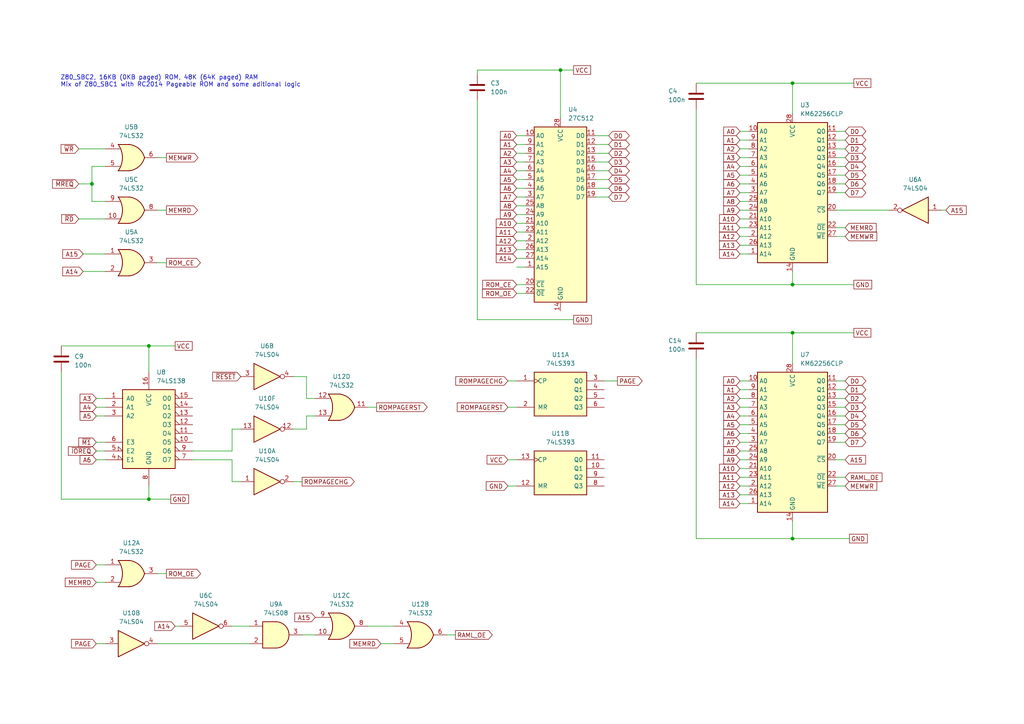
<source format=kicad_sch>
(kicad_sch (version 20231120) (generator "eeschema") (generator_version "8.0")
  (paper "A4")
  (lib_symbols
    (symbol "74xx:74LS04"
      (property "Reference" "U" (at 0 1.27 0))
      (property "Value" "74LS04" (at 0 -1.27 0))
      (symbol "74LS04_1_0"
        (polyline (pts (xy -3.81 3.81) (xy -3.81 -3.81) (xy 3.81 0) (xy -3.81 3.81)) (stroke (width 0.254)) (fill (type background)))
        (pin input line (at -7.62 0 0) (length 3.81) (name "~") (number "1"))
        (pin output inverted (at 7.62 0 180) (length 3.81) (name "~") (number "2"))
      )
      (symbol "74LS04_2_0"
        (polyline (pts (xy -3.81 3.81) (xy -3.81 -3.81) (xy 3.81 0) (xy -3.81 3.81)) (stroke (width 0.254)) (fill (type background)))
        (pin input line (at -7.62 0 0) (length 3.81) (name "~") (number "3"))
        (pin output inverted (at 7.62 0 180) (length 3.81) (name "~") (number "4"))
      )
      (symbol "74LS04_3_0"
        (polyline (pts (xy -3.81 3.81) (xy -3.81 -3.81) (xy 3.81 0) (xy -3.81 3.81)) (stroke (width 0.254)) (fill (type background)))
        (pin input line (at -7.62 0 0) (length 3.81) (name "~") (number "5"))
        (pin output inverted (at 7.62 0 180) (length 3.81) (name "~") (number "6"))
      )
      (symbol "74LS04_4_0"
        (polyline (pts (xy -3.81 3.81) (xy -3.81 -3.81) (xy 3.81 0) (xy -3.81 3.81)) (stroke (width 0.254)) (fill (type background)))
        (pin output inverted (at 7.62 0 180) (length 3.81) (name "~") (number "8"))
        (pin input line (at -7.62 0 0) (length 3.81) (name "~") (number "9"))
      )
      (symbol "74LS04_5_0"
        (polyline (pts (xy -3.81 3.81) (xy -3.81 -3.81) (xy 3.81 0) (xy -3.81 3.81)) (stroke (width 0.254)) (fill (type background)))
        (pin output inverted (at 7.62 0 180) (length 3.81) (name "~") (number "10"))
        (pin input line (at -7.62 0 0) (length 3.81) (name "~") (number "11"))
      )
      (symbol "74LS04_6_0"
        (polyline (pts (xy -3.81 3.81) (xy -3.81 -3.81) (xy 3.81 0) (xy -3.81 3.81)) (stroke (width 0.254)) (fill (type background)))
        (pin output inverted (at 7.62 0 180) (length 3.81) (name "~") (number "12"))
        (pin input line (at -7.62 0 0) (length 3.81) (name "~") (number "13"))
      )
      (symbol "74LS04_7_0"
        (pin power_in line (at 0 12.7 270) (length 5.08) (name "VCC") (number "14"))
        (pin power_in line (at 0 -12.7 90) (length 5.08) (name "GND") (number "7"))
      )
      (symbol "74LS04_7_1"
        (rectangle (start -5.08 7.62) (end 5.08 -7.62) (stroke (width 0.254)) (fill (type background)))
      )
    )
    (symbol "74xx:74LS08" (pin_names (offset 1.016))
      (property "Reference" "U" (at 0 1.27 0))
      (property "Value" "74LS08" (at 0 -1.27 0))
      (symbol "74LS08_1_1"
        (arc (start 0 -3.81) (mid 3.7934 0) (end 0 3.81) (stroke (width 0.254)) (fill (type background)))
        (polyline (pts (xy 0 3.81) (xy -3.81 3.81) (xy -3.81 -3.81) (xy 0 -3.81)) (stroke (width 0.254)) (fill (type background)))
        (pin input line (at -7.62 2.54 0) (length 3.81) (name "~") (number "1"))
        (pin input line (at -7.62 -2.54 0) (length 3.81) (name "~") (number "2"))
        (pin output line (at 7.62 0 180) (length 3.81) (name "~") (number "3"))
      )
      (symbol "74LS08_1_2"
        (arc (start -3.81 -3.81) (mid -2.589 0) (end -3.81 3.81) (stroke (width 0.254)))
        (arc (start -0.6096 -3.81) (mid 2.1842 -2.5851) (end 3.81 0) (stroke (width 0.254)) (fill (type background)))
        (polyline (pts (xy -3.81 -3.81) (xy -0.635 -3.81)) (stroke (width 0.254)) (fill (type background)))
        (polyline (pts (xy -3.81 3.81) (xy -0.635 3.81)) (stroke (width 0.254)) (fill (type background)))
        (polyline (pts (xy -0.635 3.81) (xy -3.81 3.81) (xy -3.81 3.81) (xy -3.556 3.4036) (xy -3.0226 2.2606) (xy -2.6924 1.0414) (xy -2.6162 -0.254) (xy -2.7686 -1.4986) (xy -3.175 -2.7178) (xy -3.81 -3.81) (xy -3.81 -3.81) (xy -0.635 -3.81)) (stroke (width -25.4)) (fill (type background)))
        (arc (start 3.81 0) (mid 2.1915 2.5936) (end -0.6096 3.81) (stroke (width 0.254)) (fill (type background)))
        (pin input inverted (at -7.62 2.54 0) (length 4.318) (name "~") (number "1"))
        (pin input inverted (at -7.62 -2.54 0) (length 4.318) (name "~") (number "2"))
        (pin output inverted (at 7.62 0 180) (length 3.81) (name "~") (number "3"))
      )
      (symbol "74LS08_2_1"
        (arc (start 0 -3.81) (mid 3.7934 0) (end 0 3.81) (stroke (width 0.254)) (fill (type background)))
        (polyline (pts (xy 0 3.81) (xy -3.81 3.81) (xy -3.81 -3.81) (xy 0 -3.81)) (stroke (width 0.254)) (fill (type background)))
        (pin input line (at -7.62 2.54 0) (length 3.81) (name "~") (number "4"))
        (pin input line (at -7.62 -2.54 0) (length 3.81) (name "~") (number "5"))
        (pin output line (at 7.62 0 180) (length 3.81) (name "~") (number "6"))
      )
      (symbol "74LS08_2_2"
        (arc (start -3.81 -3.81) (mid -2.589 0) (end -3.81 3.81) (stroke (width 0.254)))
        (arc (start -0.6096 -3.81) (mid 2.1842 -2.5851) (end 3.81 0) (stroke (width 0.254)) (fill (type background)))
        (polyline (pts (xy -3.81 -3.81) (xy -0.635 -3.81)) (stroke (width 0.254)) (fill (type background)))
        (polyline (pts (xy -3.81 3.81) (xy -0.635 3.81)) (stroke (width 0.254)) (fill (type background)))
        (polyline (pts (xy -0.635 3.81) (xy -3.81 3.81) (xy -3.81 3.81) (xy -3.556 3.4036) (xy -3.0226 2.2606) (xy -2.6924 1.0414) (xy -2.6162 -0.254) (xy -2.7686 -1.4986) (xy -3.175 -2.7178) (xy -3.81 -3.81) (xy -3.81 -3.81) (xy -0.635 -3.81)) (stroke (width -25.4)) (fill (type background)))
        (arc (start 3.81 0) (mid 2.1915 2.5936) (end -0.6096 3.81) (stroke (width 0.254)) (fill (type background)))
        (pin input inverted (at -7.62 2.54 0) (length 4.318) (name "~") (number "4"))
        (pin input inverted (at -7.62 -2.54 0) (length 4.318) (name "~") (number "5"))
        (pin output inverted (at 7.62 0 180) (length 3.81) (name "~") (number "6"))
      )
      (symbol "74LS08_3_1"
        (arc (start 0 -3.81) (mid 3.7934 0) (end 0 3.81) (stroke (width 0.254)) (fill (type background)))
        (polyline (pts (xy 0 3.81) (xy -3.81 3.81) (xy -3.81 -3.81) (xy 0 -3.81)) (stroke (width 0.254)) (fill (type background)))
        (pin input line (at -7.62 -2.54 0) (length 3.81) (name "~") (number "10"))
        (pin output line (at 7.62 0 180) (length 3.81) (name "~") (number "8"))
        (pin input line (at -7.62 2.54 0) (length 3.81) (name "~") (number "9"))
      )
      (symbol "74LS08_3_2"
        (arc (start -3.81 -3.81) (mid -2.589 0) (end -3.81 3.81) (stroke (width 0.254)))
        (arc (start -0.6096 -3.81) (mid 2.1842 -2.5851) (end 3.81 0) (stroke (width 0.254)) (fill (type background)))
        (polyline (pts (xy -3.81 -3.81) (xy -0.635 -3.81)) (stroke (width 0.254)) (fill (type background)))
        (polyline (pts (xy -3.81 3.81) (xy -0.635 3.81)) (stroke (width 0.254)) (fill (type background)))
        (polyline (pts (xy -0.635 3.81) (xy -3.81 3.81) (xy -3.81 3.81) (xy -3.556 3.4036) (xy -3.0226 2.2606) (xy -2.6924 1.0414) (xy -2.6162 -0.254) (xy -2.7686 -1.4986) (xy -3.175 -2.7178) (xy -3.81 -3.81) (xy -3.81 -3.81) (xy -0.635 -3.81)) (stroke (width -25.4)) (fill (type background)))
        (arc (start 3.81 0) (mid 2.1915 2.5936) (end -0.6096 3.81) (stroke (width 0.254)) (fill (type background)))
        (pin input inverted (at -7.62 -2.54 0) (length 4.318) (name "~") (number "10"))
        (pin output inverted (at 7.62 0 180) (length 3.81) (name "~") (number "8"))
        (pin input inverted (at -7.62 2.54 0) (length 4.318) (name "~") (number "9"))
      )
      (symbol "74LS08_4_1"
        (arc (start 0 -3.81) (mid 3.7934 0) (end 0 3.81) (stroke (width 0.254)) (fill (type background)))
        (polyline (pts (xy 0 3.81) (xy -3.81 3.81) (xy -3.81 -3.81) (xy 0 -3.81)) (stroke (width 0.254)) (fill (type background)))
        (pin output line (at 7.62 0 180) (length 3.81) (name "~") (number "11"))
        (pin input line (at -7.62 2.54 0) (length 3.81) (name "~") (number "12"))
        (pin input line (at -7.62 -2.54 0) (length 3.81) (name "~") (number "13"))
      )
      (symbol "74LS08_4_2"
        (arc (start -3.81 -3.81) (mid -2.589 0) (end -3.81 3.81) (stroke (width 0.254)))
        (arc (start -0.6096 -3.81) (mid 2.1842 -2.5851) (end 3.81 0) (stroke (width 0.254)) (fill (type background)))
        (polyline (pts (xy -3.81 -3.81) (xy -0.635 -3.81)) (stroke (width 0.254)) (fill (type background)))
        (polyline (pts (xy -3.81 3.81) (xy -0.635 3.81)) (stroke (width 0.254)) (fill (type background)))
        (polyline (pts (xy -0.635 3.81) (xy -3.81 3.81) (xy -3.81 3.81) (xy -3.556 3.4036) (xy -3.0226 2.2606) (xy -2.6924 1.0414) (xy -2.6162 -0.254) (xy -2.7686 -1.4986) (xy -3.175 -2.7178) (xy -3.81 -3.81) (xy -3.81 -3.81) (xy -0.635 -3.81)) (stroke (width -25.4)) (fill (type background)))
        (arc (start 3.81 0) (mid 2.1915 2.5936) (end -0.6096 3.81) (stroke (width 0.254)) (fill (type background)))
        (pin output inverted (at 7.62 0 180) (length 3.81) (name "~") (number "11"))
        (pin input inverted (at -7.62 2.54 0) (length 4.318) (name "~") (number "12"))
        (pin input inverted (at -7.62 -2.54 0) (length 4.318) (name "~") (number "13"))
      )
      (symbol "74LS08_5_0"
        (pin power_in line (at 0 12.7 270) (length 5.08) (name "VCC") (number "14"))
        (pin power_in line (at 0 -12.7 90) (length 5.08) (name "GND") (number "7"))
      )
      (symbol "74LS08_5_1"
        (rectangle (start -5.08 7.62) (end 5.08 -7.62) (stroke (width 0.254)) (fill (type background)))
      )
    )
    (symbol "74xx:74LS138" (pin_names (offset 1.016))
      (property "Reference" "U" (at -7.62 11.43 0))
      (property "Value" "74LS138" (at -7.62 -13.97 0))
      (symbol "74LS138_1_0"
        (pin input line (at -12.7 7.62 0) (length 5.08) (name "A0") (number "1"))
        (pin output output_low (at 12.7 -5.08 180) (length 5.08) (name "O5") (number "10"))
        (pin output output_low (at 12.7 -2.54 180) (length 5.08) (name "O4") (number "11"))
        (pin output output_low (at 12.7 0 180) (length 5.08) (name "O3") (number "12"))
        (pin output output_low (at 12.7 2.54 180) (length 5.08) (name "O2") (number "13"))
        (pin output output_low (at 12.7 5.08 180) (length 5.08) (name "O1") (number "14"))
        (pin output output_low (at 12.7 7.62 180) (length 5.08) (name "O0") (number "15"))
        (pin power_in line (at 0 15.24 270) (length 5.08) (name "VCC") (number "16"))
        (pin input line (at -12.7 5.08 0) (length 5.08) (name "A1") (number "2"))
        (pin input line (at -12.7 2.54 0) (length 5.08) (name "A2") (number "3"))
        (pin input input_low (at -12.7 -10.16 0) (length 5.08) (name "E1") (number "4"))
        (pin input input_low (at -12.7 -7.62 0) (length 5.08) (name "E2") (number "5"))
        (pin input line (at -12.7 -5.08 0) (length 5.08) (name "E3") (number "6"))
        (pin output output_low (at 12.7 -10.16 180) (length 5.08) (name "O7") (number "7"))
        (pin power_in line (at 0 -17.78 90) (length 5.08) (name "GND") (number "8"))
        (pin output output_low (at 12.7 -7.62 180) (length 5.08) (name "O6") (number "9"))
      )
      (symbol "74LS138_1_1"
        (rectangle (start -7.62 10.16) (end 7.62 -12.7) (stroke (width 0.254)) (fill (type background)))
      )
    )
    (symbol "74xx:74LS32" (pin_names (offset 1.016))
      (property "Reference" "U" (at 0 1.27 0))
      (property "Value" "74LS32" (at 0 -1.27 0))
      (symbol "74LS32_1_1"
        (arc (start -3.81 -3.81) (mid -2.589 0) (end -3.81 3.81) (stroke (width 0.254)))
        (arc (start -0.6096 -3.81) (mid 2.1842 -2.5851) (end 3.81 0) (stroke (width 0.254)) (fill (type background)))
        (polyline (pts (xy -3.81 -3.81) (xy -0.635 -3.81)) (stroke (width 0.254)) (fill (type background)))
        (polyline (pts (xy -3.81 3.81) (xy -0.635 3.81)) (stroke (width 0.254)) (fill (type background)))
        (polyline (pts (xy -0.635 3.81) (xy -3.81 3.81) (xy -3.81 3.81) (xy -3.556 3.4036) (xy -3.0226 2.2606) (xy -2.6924 1.0414) (xy -2.6162 -0.254) (xy -2.7686 -1.4986) (xy -3.175 -2.7178) (xy -3.81 -3.81) (xy -3.81 -3.81) (xy -0.635 -3.81)) (stroke (width -25.4)) (fill (type background)))
        (arc (start 3.81 0) (mid 2.1915 2.5936) (end -0.6096 3.81) (stroke (width 0.254)) (fill (type background)))
        (pin input line (at -7.62 2.54 0) (length 4.318) (name "~") (number "1"))
        (pin input line (at -7.62 -2.54 0) (length 4.318) (name "~") (number "2"))
        (pin output line (at 7.62 0 180) (length 3.81) (name "~") (number "3"))
      )
      (symbol "74LS32_1_2"
        (arc (start 0 -3.81) (mid 3.7934 0) (end 0 3.81) (stroke (width 0.254)) (fill (type background)))
        (polyline (pts (xy 0 3.81) (xy -3.81 3.81) (xy -3.81 -3.81) (xy 0 -3.81)) (stroke (width 0.254)) (fill (type background)))
        (pin input inverted (at -7.62 2.54 0) (length 3.81) (name "~") (number "1"))
        (pin input inverted (at -7.62 -2.54 0) (length 3.81) (name "~") (number "2"))
        (pin output inverted (at 7.62 0 180) (length 3.81) (name "~") (number "3"))
      )
      (symbol "74LS32_2_1"
        (arc (start -3.81 -3.81) (mid -2.589 0) (end -3.81 3.81) (stroke (width 0.254)))
        (arc (start -0.6096 -3.81) (mid 2.1842 -2.5851) (end 3.81 0) (stroke (width 0.254)) (fill (type background)))
        (polyline (pts (xy -3.81 -3.81) (xy -0.635 -3.81)) (stroke (width 0.254)) (fill (type background)))
        (polyline (pts (xy -3.81 3.81) (xy -0.635 3.81)) (stroke (width 0.254)) (fill (type background)))
        (polyline (pts (xy -0.635 3.81) (xy -3.81 3.81) (xy -3.81 3.81) (xy -3.556 3.4036) (xy -3.0226 2.2606) (xy -2.6924 1.0414) (xy -2.6162 -0.254) (xy -2.7686 -1.4986) (xy -3.175 -2.7178) (xy -3.81 -3.81) (xy -3.81 -3.81) (xy -0.635 -3.81)) (stroke (width -25.4)) (fill (type background)))
        (arc (start 3.81 0) (mid 2.1915 2.5936) (end -0.6096 3.81) (stroke (width 0.254)) (fill (type background)))
        (pin input line (at -7.62 2.54 0) (length 4.318) (name "~") (number "4"))
        (pin input line (at -7.62 -2.54 0) (length 4.318) (name "~") (number "5"))
        (pin output line (at 7.62 0 180) (length 3.81) (name "~") (number "6"))
      )
      (symbol "74LS32_2_2"
        (arc (start 0 -3.81) (mid 3.7934 0) (end 0 3.81) (stroke (width 0.254)) (fill (type background)))
        (polyline (pts (xy 0 3.81) (xy -3.81 3.81) (xy -3.81 -3.81) (xy 0 -3.81)) (stroke (width 0.254)) (fill (type background)))
        (pin input inverted (at -7.62 2.54 0) (length 3.81) (name "~") (number "4"))
        (pin input inverted (at -7.62 -2.54 0) (length 3.81) (name "~") (number "5"))
        (pin output inverted (at 7.62 0 180) (length 3.81) (name "~") (number "6"))
      )
      (symbol "74LS32_3_1"
        (arc (start -3.81 -3.81) (mid -2.589 0) (end -3.81 3.81) (stroke (width 0.254)))
        (arc (start -0.6096 -3.81) (mid 2.1842 -2.5851) (end 3.81 0) (stroke (width 0.254)) (fill (type background)))
        (polyline (pts (xy -3.81 -3.81) (xy -0.635 -3.81)) (stroke (width 0.254)) (fill (type background)))
        (polyline (pts (xy -3.81 3.81) (xy -0.635 3.81)) (stroke (width 0.254)) (fill (type background)))
        (polyline (pts (xy -0.635 3.81) (xy -3.81 3.81) (xy -3.81 3.81) (xy -3.556 3.4036) (xy -3.0226 2.2606) (xy -2.6924 1.0414) (xy -2.6162 -0.254) (xy -2.7686 -1.4986) (xy -3.175 -2.7178) (xy -3.81 -3.81) (xy -3.81 -3.81) (xy -0.635 -3.81)) (stroke (width -25.4)) (fill (type background)))
        (arc (start 3.81 0) (mid 2.1915 2.5936) (end -0.6096 3.81) (stroke (width 0.254)) (fill (type background)))
        (pin input line (at -7.62 -2.54 0) (length 4.318) (name "~") (number "10"))
        (pin output line (at 7.62 0 180) (length 3.81) (name "~") (number "8"))
        (pin input line (at -7.62 2.54 0) (length 4.318) (name "~") (number "9"))
      )
      (symbol "74LS32_3_2"
        (arc (start 0 -3.81) (mid 3.7934 0) (end 0 3.81) (stroke (width 0.254)) (fill (type background)))
        (polyline (pts (xy 0 3.81) (xy -3.81 3.81) (xy -3.81 -3.81) (xy 0 -3.81)) (stroke (width 0.254)) (fill (type background)))
        (pin input inverted (at -7.62 -2.54 0) (length 3.81) (name "~") (number "10"))
        (pin output inverted (at 7.62 0 180) (length 3.81) (name "~") (number "8"))
        (pin input inverted (at -7.62 2.54 0) (length 3.81) (name "~") (number "9"))
      )
      (symbol "74LS32_4_1"
        (arc (start -3.81 -3.81) (mid -2.589 0) (end -3.81 3.81) (stroke (width 0.254)))
        (arc (start -0.6096 -3.81) (mid 2.1842 -2.5851) (end 3.81 0) (stroke (width 0.254)) (fill (type background)))
        (polyline (pts (xy -3.81 -3.81) (xy -0.635 -3.81)) (stroke (width 0.254)) (fill (type background)))
        (polyline (pts (xy -3.81 3.81) (xy -0.635 3.81)) (stroke (width 0.254)) (fill (type background)))
        (polyline (pts (xy -0.635 3.81) (xy -3.81 3.81) (xy -3.81 3.81) (xy -3.556 3.4036) (xy -3.0226 2.2606) (xy -2.6924 1.0414) (xy -2.6162 -0.254) (xy -2.7686 -1.4986) (xy -3.175 -2.7178) (xy -3.81 -3.81) (xy -3.81 -3.81) (xy -0.635 -3.81)) (stroke (width -25.4)) (fill (type background)))
        (arc (start 3.81 0) (mid 2.1915 2.5936) (end -0.6096 3.81) (stroke (width 0.254)) (fill (type background)))
        (pin output line (at 7.62 0 180) (length 3.81) (name "~") (number "11"))
        (pin input line (at -7.62 2.54 0) (length 4.318) (name "~") (number "12"))
        (pin input line (at -7.62 -2.54 0) (length 4.318) (name "~") (number "13"))
      )
      (symbol "74LS32_4_2"
        (arc (start 0 -3.81) (mid 3.7934 0) (end 0 3.81) (stroke (width 0.254)) (fill (type background)))
        (polyline (pts (xy 0 3.81) (xy -3.81 3.81) (xy -3.81 -3.81) (xy 0 -3.81)) (stroke (width 0.254)) (fill (type background)))
        (pin output inverted (at 7.62 0 180) (length 3.81) (name "~") (number "11"))
        (pin input inverted (at -7.62 2.54 0) (length 3.81) (name "~") (number "12"))
        (pin input inverted (at -7.62 -2.54 0) (length 3.81) (name "~") (number "13"))
      )
      (symbol "74LS32_5_0"
        (pin power_in line (at 0 12.7 270) (length 5.08) (name "VCC") (number "14"))
        (pin power_in line (at 0 -12.7 90) (length 5.08) (name "GND") (number "7"))
      )
      (symbol "74LS32_5_1"
        (rectangle (start -5.08 7.62) (end 5.08 -7.62) (stroke (width 0.254)) (fill (type background)))
      )
    )
    (symbol "74xx:74LS393" (pin_names (offset 1.016))
      (property "Reference" "U" (at -7.62 8.89 0))
      (property "Value" "74LS393" (at -7.62 -8.89 0))
      (symbol "74LS393_1_0"
        (pin input clock (at -12.7 2.54 0) (length 5.08) (name "CP") (number "1"))
        (pin input line (at -12.7 -5.08 0) (length 5.08) (name "MR") (number "2"))
        (pin output line (at 12.7 2.54 180) (length 5.08) (name "Q0") (number "3"))
        (pin output line (at 12.7 0 180) (length 5.08) (name "Q1") (number "4"))
        (pin output line (at 12.7 -2.54 180) (length 5.08) (name "Q2") (number "5"))
        (pin output line (at 12.7 -5.08 180) (length 5.08) (name "Q3") (number "6"))
      )
      (symbol "74LS393_1_1"
        (rectangle (start -7.62 5.08) (end 7.62 -7.62) (stroke (width 0.254)) (fill (type background)))
      )
      (symbol "74LS393_2_0"
        (pin output line (at 12.7 0 180) (length 5.08) (name "Q1") (number "10"))
        (pin output line (at 12.7 2.54 180) (length 5.08) (name "Q0") (number "11"))
        (pin input line (at -12.7 -5.08 0) (length 5.08) (name "MR") (number "12"))
        (pin input clock (at -12.7 2.54 0) (length 5.08) (name "CP") (number "13"))
        (pin output line (at 12.7 -5.08 180) (length 5.08) (name "Q3") (number "8"))
        (pin output line (at 12.7 -2.54 180) (length 5.08) (name "Q2") (number "9"))
      )
      (symbol "74LS393_2_1"
        (rectangle (start -7.62 5.08) (end 7.62 -7.62) (stroke (width 0.254)) (fill (type background)))
      )
      (symbol "74LS393_3_0"
        (pin power_in line (at 0 12.7 270) (length 5.08) (name "VCC") (number "14"))
        (pin power_in line (at 0 -12.7 90) (length 5.08) (name "GND") (number "7"))
      )
      (symbol "74LS393_3_1"
        (rectangle (start -5.08 7.62) (end 5.08 -7.62) (stroke (width 0.254)) (fill (type background)))
      )
    )
    (symbol "Device:C" (pin_numbers hide) (pin_names (offset 0.254))
      (property "Reference" "C" (at 0.635 2.54 0))
      (property "Value" "C" (at 0.635 -2.54 0))
      (symbol "C_0_1"
        (polyline (pts (xy -2.032 -0.762) (xy 2.032 -0.762)) (stroke (width 0.508)))
        (polyline (pts (xy -2.032 0.762) (xy 2.032 0.762)) (stroke (width 0.508)))
      )
      (symbol "C_1_1"
        (pin passive line (at 0 3.81 270) (length 2.794) (name "~") (number "1"))
        (pin passive line (at 0 -3.81 90) (length 2.794) (name "~") (number "2"))
      )
    )
    (symbol "Memory_EPROM:27C512"
      (property "Reference" "U" (at -7.62 26.67 0))
      (property "Value" "27C512" (at 2.54 -26.67 0))
      (symbol "27C512_1_1"
        (rectangle (start -7.62 25.4) (end 7.62 -25.4) (stroke (width 0.254)) (fill (type background)))
        (pin input line (at -10.16 -15.24 0) (length 2.54) (name "A15") (number "1"))
        (pin input line (at -10.16 22.86 0) (length 2.54) (name "A0") (number "10"))
        (pin tri_state line (at 10.16 22.86 180) (length 2.54) (name "D0") (number "11"))
        (pin tri_state line (at 10.16 20.32 180) (length 2.54) (name "D1") (number "12"))
        (pin tri_state line (at 10.16 17.78 180) (length 2.54) (name "D2") (number "13"))
        (pin power_in line (at 0 -27.94 90) (length 2.54) (name "GND") (number "14"))
        (pin tri_state line (at 10.16 15.24 180) (length 2.54) (name "D3") (number "15"))
        (pin tri_state line (at 10.16 12.7 180) (length 2.54) (name "D4") (number "16"))
        (pin tri_state line (at 10.16 10.16 180) (length 2.54) (name "D5") (number "17"))
        (pin tri_state line (at 10.16 7.62 180) (length 2.54) (name "D6") (number "18"))
        (pin tri_state line (at 10.16 5.08 180) (length 2.54) (name "D7") (number "19"))
        (pin input line (at -10.16 -7.62 0) (length 2.54) (name "A12") (number "2"))
        (pin input line (at -10.16 -20.32 0) (length 2.54) (name "~{CE}") (number "20"))
        (pin input line (at -10.16 -2.54 0) (length 2.54) (name "A10") (number "21"))
        (pin input line (at -10.16 -22.86 0) (length 2.54) (name "~{OE}") (number "22"))
        (pin input line (at -10.16 -5.08 0) (length 2.54) (name "A11") (number "23"))
        (pin input line (at -10.16 0 0) (length 2.54) (name "A9") (number "24"))
        (pin input line (at -10.16 2.54 0) (length 2.54) (name "A8") (number "25"))
        (pin input line (at -10.16 -10.16 0) (length 2.54) (name "A13") (number "26"))
        (pin input line (at -10.16 -12.7 0) (length 2.54) (name "A14") (number "27"))
        (pin power_in line (at 0 27.94 270) (length 2.54) (name "VCC") (number "28"))
        (pin input line (at -10.16 5.08 0) (length 2.54) (name "A7") (number "3"))
        (pin input line (at -10.16 7.62 0) (length 2.54) (name "A6") (number "4"))
        (pin input line (at -10.16 10.16 0) (length 2.54) (name "A5") (number "5"))
        (pin input line (at -10.16 12.7 0) (length 2.54) (name "A4") (number "6"))
        (pin input line (at -10.16 15.24 0) (length 2.54) (name "A3") (number "7"))
        (pin input line (at -10.16 17.78 0) (length 2.54) (name "A2") (number "8"))
        (pin input line (at -10.16 20.32 0) (length 2.54) (name "A1") (number "9"))
      )
    )
    (symbol "Memory_RAM:KM62256CLP"
      (property "Reference" "U" (at -10.16 20.955 0))
      (property "Value" "KM62256CLP" (at 2.54 20.955 0))
      (symbol "KM62256CLP_0_0"
        (pin power_in line (at 0 -22.86 90) (length 2.54) (name "GND") (number "14"))
        (pin power_in line (at 0 22.86 270) (length 2.54) (name "VCC") (number "28"))
      )
      (symbol "KM62256CLP_0_1"
        (rectangle (start -10.16 20.32) (end 10.16 -20.32) (stroke (width 0.254)) (fill (type background)))
      )
      (symbol "KM62256CLP_1_1"
        (pin input line (at -12.7 -17.78 0) (length 2.54) (name "A14") (number "1"))
        (pin input line (at -12.7 17.78 0) (length 2.54) (name "A0") (number "10"))
        (pin tri_state line (at 12.7 17.78 180) (length 2.54) (name "Q0") (number "11"))
        (pin tri_state line (at 12.7 15.24 180) (length 2.54) (name "Q1") (number "12"))
        (pin tri_state line (at 12.7 12.7 180) (length 2.54) (name "Q2") (number "13"))
        (pin tri_state line (at 12.7 10.16 180) (length 2.54) (name "Q3") (number "15"))
        (pin tri_state line (at 12.7 7.62 180) (length 2.54) (name "Q4") (number "16"))
        (pin tri_state line (at 12.7 5.08 180) (length 2.54) (name "Q5") (number "17"))
        (pin tri_state line (at 12.7 2.54 180) (length 2.54) (name "Q6") (number "18"))
        (pin tri_state line (at 12.7 0 180) (length 2.54) (name "Q7") (number "19"))
        (pin input line (at -12.7 -12.7 0) (length 2.54) (name "A12") (number "2"))
        (pin input line (at 12.7 -5.08 180) (length 2.54) (name "~{CS}") (number "20"))
        (pin input line (at -12.7 -7.62 0) (length 2.54) (name "A10") (number "21"))
        (pin input line (at 12.7 -10.16 180) (length 2.54) (name "~{OE}") (number "22"))
        (pin input line (at -12.7 -10.16 0) (length 2.54) (name "A11") (number "23"))
        (pin input line (at -12.7 -5.08 0) (length 2.54) (name "A9") (number "24"))
        (pin input line (at -12.7 -2.54 0) (length 2.54) (name "A8") (number "25"))
        (pin input line (at -12.7 -15.24 0) (length 2.54) (name "A13") (number "26"))
        (pin input line (at 12.7 -12.7 180) (length 2.54) (name "~{WE}") (number "27"))
        (pin input line (at -12.7 0 0) (length 2.54) (name "A7") (number "3"))
        (pin input line (at -12.7 2.54 0) (length 2.54) (name "A6") (number "4"))
        (pin input line (at -12.7 5.08 0) (length 2.54) (name "A5") (number "5"))
        (pin input line (at -12.7 7.62 0) (length 2.54) (name "A4") (number "6"))
        (pin input line (at -12.7 10.16 0) (length 2.54) (name "A3") (number "7"))
        (pin input line (at -12.7 12.7 0) (length 2.54) (name "A2") (number "8"))
        (pin input line (at -12.7 15.24 0) (length 2.54) (name "A1") (number "9"))
      )
    )
  )
  (junction (at 43.18 100.33))
  (junction (at 229.87 156.21))
  (junction (at 229.87 82.55))
  (junction (at 43.18 144.78))
  (junction (at 162.56 20.32))
  (junction (at 26.67 53.34))
  (junction (at 229.87 96.52))
  (junction (at 229.87 24.13))
  (wire (pts (xy 149.86 41.91) (xy 152.4 41.91)))
  (wire (pts (xy 50.8 181.61) (xy 52.07 181.61)))
  (wire (pts (xy 214.63 140.97) (xy 217.17 140.97)))
  (wire (pts (xy 214.63 63.5) (xy 217.17 63.5)))
  (wire (pts (xy 245.11 68.58) (xy 242.57 68.58)))
  (wire (pts (xy 245.11 133.35) (xy 242.57 133.35)))
  (wire (pts (xy 85.09 109.22) (xy 88.9 109.22)))
  (wire (pts (xy 201.93 104.14) (xy 201.93 156.21)))
  (wire (pts (xy 229.87 82.55) (xy 247.65 82.55)))
  (wire (pts (xy 274.32 60.96) (xy 273.05 60.96)))
  (wire (pts (xy 201.93 96.52) (xy 229.87 96.52)))
  (wire (pts (xy 245.11 43.18) (xy 242.57 43.18)))
  (wire (pts (xy 245.11 55.88) (xy 242.57 55.88)))
  (wire (pts (xy 176.53 39.37) (xy 172.72 39.37)))
  (wire (pts (xy 149.86 52.07) (xy 152.4 52.07)))
  (wire (pts (xy 214.63 50.8) (xy 217.17 50.8)))
  (wire (pts (xy 22.86 63.5) (xy 30.48 63.5)))
  (wire (pts (xy 22.86 53.34) (xy 26.67 53.34)))
  (wire (pts (xy 88.9 109.22) (xy 88.9 115.57)))
  (wire (pts (xy 88.9 120.65) (xy 91.44 120.65)))
  (wire (pts (xy 229.87 96.52) (xy 229.87 105.41)))
  (wire (pts (xy 24.13 73.66) (xy 30.48 73.66)))
  (wire (pts (xy 229.87 24.13) (xy 247.65 24.13)))
  (wire (pts (xy 214.63 66.04) (xy 217.17 66.04)))
  (wire (pts (xy 176.53 41.91) (xy 172.72 41.91)))
  (wire (pts (xy 55.88 133.35) (xy 67.31 133.35)))
  (wire (pts (xy 43.18 140.97) (xy 43.18 144.78)))
  (wire (pts (xy 67.31 130.81) (xy 67.31 124.46)))
  (wire (pts (xy 176.53 44.45) (xy 172.72 44.45)))
  (wire (pts (xy 88.9 124.46) (xy 88.9 120.65)))
  (wire (pts (xy 149.86 57.15) (xy 152.4 57.15)))
  (wire (pts (xy 214.63 113.03) (xy 217.17 113.03)))
  (wire (pts (xy 147.32 140.97) (xy 149.86 140.97)))
  (wire (pts (xy 162.56 34.29) (xy 162.56 20.32)))
  (wire (pts (xy 245.11 138.43) (xy 242.57 138.43)))
  (wire (pts (xy 149.86 39.37) (xy 152.4 39.37)))
  (wire (pts (xy 201.93 82.55) (xy 229.87 82.55)))
  (wire (pts (xy 149.86 72.39) (xy 152.4 72.39)))
  (wire (pts (xy 179.07 110.49) (xy 175.26 110.49)))
  (wire (pts (xy 27.94 130.81) (xy 30.48 130.81)))
  (wire (pts (xy 87.63 139.7) (xy 85.09 139.7)))
  (wire (pts (xy 27.94 168.91) (xy 30.48 168.91)))
  (wire (pts (xy 245.11 140.97) (xy 242.57 140.97)))
  (wire (pts (xy 214.63 143.51) (xy 217.17 143.51)))
  (wire (pts (xy 214.63 43.18) (xy 217.17 43.18)))
  (wire (pts (xy 22.86 43.18) (xy 30.48 43.18)))
  (wire (pts (xy 149.86 74.93) (xy 152.4 74.93)))
  (wire (pts (xy 17.78 100.33) (xy 43.18 100.33)))
  (wire (pts (xy 229.87 96.52) (xy 247.65 96.52)))
  (wire (pts (xy 149.86 44.45) (xy 152.4 44.45)))
  (wire (pts (xy 26.67 48.26) (xy 30.48 48.26)))
  (wire (pts (xy 27.94 128.27) (xy 30.48 128.27)))
  (wire (pts (xy 214.63 53.34) (xy 217.17 53.34)))
  (wire (pts (xy 214.63 55.88) (xy 217.17 55.88)))
  (wire (pts (xy 26.67 53.34) (xy 26.67 48.26)))
  (wire (pts (xy 214.63 125.73) (xy 217.17 125.73)))
  (wire (pts (xy 149.86 85.09) (xy 152.4 85.09)))
  (wire (pts (xy 176.53 46.99) (xy 172.72 46.99)))
  (wire (pts (xy 214.63 123.19) (xy 217.17 123.19)))
  (wire (pts (xy 138.43 20.32) (xy 138.43 21.59)))
  (wire (pts (xy 176.53 52.07) (xy 172.72 52.07)))
  (wire (pts (xy 214.63 40.64) (xy 217.17 40.64)))
  (wire (pts (xy 214.63 45.72) (xy 217.17 45.72)))
  (wire (pts (xy 245.11 118.11) (xy 242.57 118.11)))
  (wire (pts (xy 149.86 49.53) (xy 152.4 49.53)))
  (wire (pts (xy 43.18 100.33) (xy 50.8 100.33)))
  (wire (pts (xy 27.94 163.83) (xy 30.48 163.83)))
  (wire (pts (xy 149.86 77.47) (xy 152.4 77.47)))
  (wire (pts (xy 245.11 66.04) (xy 242.57 66.04)))
  (wire (pts (xy 214.63 128.27) (xy 217.17 128.27)))
  (wire (pts (xy 176.53 49.53) (xy 172.72 49.53)))
  (wire (pts (xy 149.86 62.23) (xy 152.4 62.23)))
  (wire (pts (xy 245.11 123.19) (xy 242.57 123.19)))
  (wire (pts (xy 43.18 144.78) (xy 17.78 144.78)))
  (wire (pts (xy 149.86 67.31) (xy 152.4 67.31)))
  (wire (pts (xy 87.63 184.15) (xy 91.44 184.15)))
  (wire (pts (xy 214.63 115.57) (xy 217.17 115.57)))
  (wire (pts (xy 214.63 146.05) (xy 217.17 146.05)))
  (wire (pts (xy 27.94 120.65) (xy 30.48 120.65)))
  (wire (pts (xy 67.31 139.7) (xy 69.85 139.7)))
  (wire (pts (xy 48.26 76.2) (xy 45.72 76.2)))
  (wire (pts (xy 45.72 186.69) (xy 72.39 186.69)))
  (wire (pts (xy 147.32 118.11) (xy 149.86 118.11)))
  (wire (pts (xy 245.11 113.03) (xy 242.57 113.03)))
  (wire (pts (xy 245.11 120.65) (xy 242.57 120.65)))
  (wire (pts (xy 245.11 50.8) (xy 242.57 50.8)))
  (wire (pts (xy 229.87 24.13) (xy 229.87 33.02)))
  (wire (pts (xy 149.86 46.99) (xy 152.4 46.99)))
  (wire (pts (xy 67.31 124.46) (xy 69.85 124.46)))
  (wire (pts (xy 229.87 78.74) (xy 229.87 82.55)))
  (wire (pts (xy 149.86 69.85) (xy 152.4 69.85)))
  (wire (pts (xy 162.56 20.32) (xy 138.43 20.32)))
  (wire (pts (xy 214.63 110.49) (xy 217.17 110.49)))
  (wire (pts (xy 245.11 40.64) (xy 242.57 40.64)))
  (wire (pts (xy 132.08 184.15) (xy 129.54 184.15)))
  (wire (pts (xy 88.9 115.57) (xy 91.44 115.57)))
  (wire (pts (xy 214.63 48.26) (xy 217.17 48.26)))
  (wire (pts (xy 245.11 110.49) (xy 242.57 110.49)))
  (wire (pts (xy 48.26 45.72) (xy 45.72 45.72)))
  (wire (pts (xy 245.11 128.27) (xy 242.57 128.27)))
  (wire (pts (xy 149.86 54.61) (xy 152.4 54.61)))
  (wire (pts (xy 26.67 53.34) (xy 26.67 58.42)))
  (wire (pts (xy 214.63 120.65) (xy 217.17 120.65)))
  (wire (pts (xy 27.94 115.57) (xy 30.48 115.57)))
  (wire (pts (xy 149.86 64.77) (xy 152.4 64.77)))
  (wire (pts (xy 24.13 78.74) (xy 30.48 78.74)))
  (wire (pts (xy 85.09 124.46) (xy 88.9 124.46)))
  (wire (pts (xy 214.63 71.12) (xy 217.17 71.12)))
  (wire (pts (xy 245.11 53.34) (xy 242.57 53.34)))
  (wire (pts (xy 245.11 115.57) (xy 242.57 115.57)))
  (wire (pts (xy 67.31 133.35) (xy 67.31 139.7)))
  (wire (pts (xy 67.31 181.61) (xy 72.39 181.61)))
  (wire (pts (xy 30.48 58.42) (xy 26.67 58.42)))
  (wire (pts (xy 138.43 29.21) (xy 138.43 92.71)))
  (wire (pts (xy 106.68 118.11) (xy 109.22 118.11)))
  (wire (pts (xy 27.94 133.35) (xy 30.48 133.35)))
  (wire (pts (xy 214.63 73.66) (xy 217.17 73.66)))
  (wire (pts (xy 201.93 31.75) (xy 201.93 82.55)))
  (wire (pts (xy 27.94 186.69) (xy 30.48 186.69)))
  (wire (pts (xy 48.26 166.37) (xy 45.72 166.37)))
  (wire (pts (xy 229.87 156.21) (xy 201.93 156.21)))
  (wire (pts (xy 106.68 181.61) (xy 114.3 181.61)))
  (wire (pts (xy 214.63 60.96) (xy 217.17 60.96)))
  (wire (pts (xy 214.63 135.89) (xy 217.17 135.89)))
  (wire (pts (xy 245.11 38.1) (xy 242.57 38.1)))
  (wire (pts (xy 229.87 151.13) (xy 229.87 156.21)))
  (wire (pts (xy 242.57 60.96) (xy 257.81 60.96)))
  (wire (pts (xy 214.63 58.42) (xy 217.17 58.42)))
  (wire (pts (xy 245.11 125.73) (xy 242.57 125.73)))
  (wire (pts (xy 138.43 92.71) (xy 166.37 92.71)))
  (wire (pts (xy 149.86 82.55) (xy 152.4 82.55)))
  (wire (pts (xy 48.26 60.96) (xy 45.72 60.96)))
  (wire (pts (xy 245.11 45.72) (xy 242.57 45.72)))
  (wire (pts (xy 55.88 130.81) (xy 67.31 130.81)))
  (wire (pts (xy 43.18 144.78) (xy 49.53 144.78)))
  (wire (pts (xy 246.38 156.21) (xy 229.87 156.21)))
  (wire (pts (xy 27.94 118.11) (xy 30.48 118.11)))
  (wire (pts (xy 214.63 68.58) (xy 217.17 68.58)))
  (wire (pts (xy 245.11 48.26) (xy 242.57 48.26)))
  (wire (pts (xy 43.18 100.33) (xy 43.18 107.95)))
  (wire (pts (xy 17.78 144.78) (xy 17.78 107.95)))
  (wire (pts (xy 214.63 118.11) (xy 217.17 118.11)))
  (wire (pts (xy 149.86 59.69) (xy 152.4 59.69)))
  (wire (pts (xy 214.63 138.43) (xy 217.17 138.43)))
  (wire (pts (xy 147.32 110.49) (xy 149.86 110.49)))
  (wire (pts (xy 176.53 57.15) (xy 172.72 57.15)))
  (wire (pts (xy 201.93 24.13) (xy 229.87 24.13)))
  (wire (pts (xy 214.63 130.81) (xy 217.17 130.81)))
  (wire (pts (xy 176.53 54.61) (xy 172.72 54.61)))
  (wire (pts (xy 214.63 38.1) (xy 217.17 38.1)))
  (wire (pts (xy 147.32 133.35) (xy 149.86 133.35)))
  (wire (pts (xy 162.56 20.32) (xy 166.37 20.32)))
  (wire (pts (xy 214.63 133.35) (xy 217.17 133.35)))
  (wire (pts (xy 110.49 186.69) (xy 114.3 186.69)))
  (text "Z80_SBC2, 16KB (0KB paged) ROM, 48K (64K paged) RAM\nMix of Z80_SBC1 with RC2014 Pageable ROM and some aditional logic" (at 17.526 23.622 0) (effects (font (size 1.27 1.27)) (justify left)))
  (global_label "GND" (shape passive) (at 246.38 156.21 0) (property "Intersheetrefs" "${INTERSHEET_REFS}" (effects (hide yes))))
  (global_label "A3" (shape input) (at 214.63 118.11 180) (property "Intersheetrefs" "${INTERSHEET_REFS}" (effects (hide yes))))
  (global_label "ROM_OE" (shape input) (at 149.86 85.09 180) (property "Intersheetrefs" "${INTERSHEET_REFS}" (effects (hide yes))))
  (global_label "D6" (shape bidirectional) (at 245.11 53.34 0) (property "Intersheetrefs" "${INTERSHEET_REFS}" (effects (hide yes))))
  (global_label "A2" (shape input) (at 149.86 44.45 180) (property "Intersheetrefs" "${INTERSHEET_REFS}" (effects (hide yes))))
  (global_label "A6" (shape input) (at 27.94 133.35 180) (property "Intersheetrefs" "${INTERSHEET_REFS}" (effects (hide yes))))
  (global_label "A10" (shape input) (at 214.63 135.89 180) (property "Intersheetrefs" "${INTERSHEET_REFS}" (effects (hide yes))))
  (global_label "A3" (shape input) (at 214.63 45.72 180) (property "Intersheetrefs" "${INTERSHEET_REFS}" (effects (hide yes))))
  (global_label "MEMRD" (shape output) (at 48.26 60.96 0) (property "Intersheetrefs" "${INTERSHEET_REFS}" (effects (hide yes))))
  (global_label "D7" (shape bidirectional) (at 245.11 128.27 0) (property "Intersheetrefs" "${INTERSHEET_REFS}" (effects (hide yes))))
  (global_label "ROMPAGERST" (shape output) (at 109.22 118.11 0) (property "Intersheetrefs" "${INTERSHEET_REFS}" (effects (hide yes))))
  (global_label "A5" (shape input) (at 214.63 123.19 180) (property "Intersheetrefs" "${INTERSHEET_REFS}" (effects (hide yes))))
  (global_label "A4" (shape input) (at 214.63 48.26 180) (property "Intersheetrefs" "${INTERSHEET_REFS}" (effects (hide yes))))
  (global_label "A8" (shape input) (at 214.63 58.42 180) (property "Intersheetrefs" "${INTERSHEET_REFS}" (effects (hide yes))))
  (global_label "A7" (shape input) (at 214.63 128.27 180) (property "Intersheetrefs" "${INTERSHEET_REFS}" (effects (hide yes))))
  (global_label "D6" (shape bidirectional) (at 176.53 54.61 0) (property "Intersheetrefs" "${INTERSHEET_REFS}" (effects (hide yes))))
  (global_label "A4" (shape input) (at 149.86 49.53 180) (property "Intersheetrefs" "${INTERSHEET_REFS}" (effects (hide yes))))
  (global_label "A13" (shape input) (at 214.63 143.51 180) (property "Intersheetrefs" "${INTERSHEET_REFS}" (effects (hide yes))))
  (global_label "GND" (shape passive) (at 49.53 144.78 0) (property "Intersheetrefs" "${INTERSHEET_REFS}" (effects (hide yes))))
  (global_label "A5" (shape input) (at 27.94 120.65 180) (property "Intersheetrefs" "${INTERSHEET_REFS}" (effects (hide yes))))
  (global_label "D1" (shape bidirectional) (at 245.11 113.03 0) (property "Intersheetrefs" "${INTERSHEET_REFS}" (effects (hide yes))))
  (global_label "D4" (shape bidirectional) (at 245.11 48.26 0) (property "Intersheetrefs" "${INTERSHEET_REFS}" (effects (hide yes))))
  (global_label "GND" (shape input) (at 147.32 140.97 180) (property "Intersheetrefs" "${INTERSHEET_REFS}" (effects (hide yes))))
  (global_label "A12" (shape input) (at 149.86 69.85 180) (property "Intersheetrefs" "${INTERSHEET_REFS}" (effects (hide yes))))
  (global_label "ROMPAGERST" (shape input) (at 147.32 118.11 180) (property "Intersheetrefs" "${INTERSHEET_REFS}" (effects (hide yes))))
  (global_label "A15" (shape input) (at 274.32 60.96 0) (property "Intersheetrefs" "${INTERSHEET_REFS}" (effects (hide yes))))
  (global_label "A10" (shape input) (at 149.86 64.77 180) (property "Intersheetrefs" "${INTERSHEET_REFS}" (effects (hide yes))))
  (global_label "RAML_OE" (shape output) (at 132.08 184.15 0) (property "Intersheetrefs" "${INTERSHEET_REFS}" (effects (hide yes))))
  (global_label "MEMRD" (shape input) (at 245.11 66.04 0) (property "Intersheetrefs" "${INTERSHEET_REFS}" (effects (hide yes))))
  (global_label "A11" (shape input) (at 214.63 138.43 180) (property "Intersheetrefs" "${INTERSHEET_REFS}" (effects (hide yes))))
  (global_label "RAML_OE" (shape input) (at 245.11 138.43 0) (property "Intersheetrefs" "${INTERSHEET_REFS}" (effects (hide yes))))
  (global_label "A10" (shape input) (at 214.63 63.5 180) (property "Intersheetrefs" "${INTERSHEET_REFS}" (effects (hide yes))))
  (global_label "MEMWR" (shape output) (at 48.26 45.72 0) (property "Intersheetrefs" "${INTERSHEET_REFS}" (effects (hide yes))))
  (global_label "VCC" (shape passive) (at 247.65 24.13 0) (property "Intersheetrefs" "${INTERSHEET_REFS}" (effects (hide yes))))
  (global_label "A14" (shape input) (at 50.8 181.61 180) (property "Intersheetrefs" "${INTERSHEET_REFS}" (effects (hide yes))))
  (global_label "A6" (shape input) (at 214.63 53.34 180) (property "Intersheetrefs" "${INTERSHEET_REFS}" (effects (hide yes))))
  (global_label "A8" (shape input) (at 214.63 130.81 180) (property "Intersheetrefs" "${INTERSHEET_REFS}" (effects (hide yes))))
  (global_label "A9" (shape input) (at 149.86 62.23 180) (property "Intersheetrefs" "${INTERSHEET_REFS}" (effects (hide yes))))
  (global_label "A1" (shape input) (at 214.63 113.03 180) (property "Intersheetrefs" "${INTERSHEET_REFS}" (effects (hide yes))))
  (global_label "A15" (shape input) (at 245.11 133.35 0) (property "Intersheetrefs" "${INTERSHEET_REFS}" (effects (hide yes))))
  (global_label "A4" (shape input) (at 214.63 120.65 180) (property "Intersheetrefs" "${INTERSHEET_REFS}" (effects (hide yes))))
  (global_label "GND" (shape passive) (at 247.65 82.55 0) (property "Intersheetrefs" "${INTERSHEET_REFS}" (effects (hide yes))))
  (global_label "A14" (shape input) (at 214.63 73.66 180) (property "Intersheetrefs" "${INTERSHEET_REFS}" (effects (hide yes))))
  (global_label "D3" (shape bidirectional) (at 245.11 45.72 0) (property "Intersheetrefs" "${INTERSHEET_REFS}" (effects (hide yes))))
  (global_label "D2" (shape bidirectional) (at 176.53 44.45 0) (property "Intersheetrefs" "${INTERSHEET_REFS}" (effects (hide yes))))
  (global_label "ROM_CE" (shape input) (at 149.86 82.55 180) (property "Intersheetrefs" "${INTERSHEET_REFS}" (effects (hide yes))))
  (global_label "D5" (shape bidirectional) (at 176.53 52.07 0) (property "Intersheetrefs" "${INTERSHEET_REFS}" (effects (hide yes))))
  (global_label "~{M1}" (shape input) (at 27.94 128.27 180) (property "Intersheetrefs" "${INTERSHEET_REFS}" (effects (hide yes))))
  (global_label "D1" (shape bidirectional) (at 176.53 41.91 0) (property "Intersheetrefs" "${INTERSHEET_REFS}" (effects (hide yes))))
  (global_label "A14" (shape input) (at 24.13 78.74 180) (property "Intersheetrefs" "${INTERSHEET_REFS}" (effects (hide yes))))
  (global_label "A11" (shape input) (at 149.86 67.31 180) (property "Intersheetrefs" "${INTERSHEET_REFS}" (effects (hide yes))))
  (global_label "ROM_OE" (shape output) (at 48.26 166.37 0) (property "Intersheetrefs" "${INTERSHEET_REFS}" (effects (hide yes))))
  (global_label "ROM_CE" (shape output) (at 48.26 76.2 0) (property "Intersheetrefs" "${INTERSHEET_REFS}" (effects (hide yes))))
  (global_label "PAGE" (shape output) (at 179.07 110.49 0) (property "Intersheetrefs" "${INTERSHEET_REFS}" (effects (hide yes))))
  (global_label "A3" (shape input) (at 27.94 115.57 180) (property "Intersheetrefs" "${INTERSHEET_REFS}" (effects (hide yes))))
  (global_label "A1" (shape input) (at 214.63 40.64 180) (property "Intersheetrefs" "${INTERSHEET_REFS}" (effects (hide yes))))
  (global_label "ROMPAGECHG" (shape input) (at 147.32 110.49 180) (property "Intersheetrefs" "${INTERSHEET_REFS}" (effects (hide yes))))
  (global_label "A0" (shape input) (at 149.86 39.37 180) (property "Intersheetrefs" "${INTERSHEET_REFS}" (effects (hide yes))))
  (global_label "D5" (shape bidirectional) (at 245.11 123.19 0) (property "Intersheetrefs" "${INTERSHEET_REFS}" (effects (hide yes))))
  (global_label "PAGE" (shape input) (at 27.94 186.69 180) (property "Intersheetrefs" "${INTERSHEET_REFS}" (effects (hide yes))))
  (global_label "D0" (shape bidirectional) (at 245.11 38.1 0) (property "Intersheetrefs" "${INTERSHEET_REFS}" (effects (hide yes))))
  (global_label "A7" (shape input) (at 149.86 57.15 180) (property "Intersheetrefs" "${INTERSHEET_REFS}" (effects (hide yes))))
  (global_label "A2" (shape input) (at 214.63 115.57 180) (property "Intersheetrefs" "${INTERSHEET_REFS}" (effects (hide yes))))
  (global_label "A6" (shape input) (at 149.86 54.61 180) (property "Intersheetrefs" "${INTERSHEET_REFS}" (effects (hide yes))))
  (global_label "D7" (shape bidirectional) (at 176.53 57.15 0) (property "Intersheetrefs" "${INTERSHEET_REFS}" (effects (hide yes))))
  (global_label "A5" (shape input) (at 149.86 52.07 180) (property "Intersheetrefs" "${INTERSHEET_REFS}" (effects (hide yes))))
  (global_label "~{RESET}" (shape input) (at 69.85 109.22 180) (property "Intersheetrefs" "${INTERSHEET_REFS}" (effects (hide yes))))
  (global_label "A11" (shape input) (at 214.63 66.04 180) (property "Intersheetrefs" "${INTERSHEET_REFS}" (effects (hide yes))))
  (global_label "PAGE" (shape input) (at 27.94 163.83 180) (property "Intersheetrefs" "${INTERSHEET_REFS}" (effects (hide yes))))
  (global_label "A5" (shape input) (at 214.63 50.8 180) (property "Intersheetrefs" "${INTERSHEET_REFS}" (effects (hide yes))))
  (global_label "A15" (shape input) (at 91.44 179.07 180) (property "Intersheetrefs" "${INTERSHEET_REFS}" (effects (hide yes))))
  (global_label "A7" (shape input) (at 214.63 55.88 180) (property "Intersheetrefs" "${INTERSHEET_REFS}" (effects (hide yes))))
  (global_label "GND" (shape passive) (at 166.37 92.71 0) (property "Intersheetrefs" "${INTERSHEET_REFS}" (effects (hide yes))))
  (global_label "MEMRD" (shape input) (at 110.49 186.69 180) (property "Intersheetrefs" "${INTERSHEET_REFS}" (effects (hide yes))))
  (global_label "A0" (shape input) (at 214.63 38.1 180) (property "Intersheetrefs" "${INTERSHEET_REFS}" (effects (hide yes))))
  (global_label "A12" (shape input) (at 214.63 140.97 180) (property "Intersheetrefs" "${INTERSHEET_REFS}" (effects (hide yes))))
  (global_label "VCC" (shape input) (at 147.32 133.35 180) (property "Intersheetrefs" "${INTERSHEET_REFS}" (effects (hide yes))))
  (global_label "D5" (shape bidirectional) (at 245.11 50.8 0) (property "Intersheetrefs" "${INTERSHEET_REFS}" (effects (hide yes))))
  (global_label "D3" (shape bidirectional) (at 176.53 46.99 0) (property "Intersheetrefs" "${INTERSHEET_REFS}" (effects (hide yes))))
  (global_label "A8" (shape input) (at 149.86 59.69 180) (property "Intersheetrefs" "${INTERSHEET_REFS}" (effects (hide yes))))
  (global_label "~{IOREQ}" (shape input) (at 27.94 130.81 180) (property "Intersheetrefs" "${INTERSHEET_REFS}" (effects (hide yes))))
  (global_label "A9" (shape input) (at 214.63 60.96 180) (property "Intersheetrefs" "${INTERSHEET_REFS}" (effects (hide yes))))
  (global_label "D0" (shape bidirectional) (at 245.11 110.49 0) (property "Intersheetrefs" "${INTERSHEET_REFS}" (effects (hide yes))))
  (global_label "A14" (shape input) (at 149.86 74.93 180) (property "Intersheetrefs" "${INTERSHEET_REFS}" (effects (hide yes))))
  (global_label "MEMWR" (shape input) (at 245.11 68.58 0) (property "Intersheetrefs" "${INTERSHEET_REFS}" (effects (hide yes))))
  (global_label "VCC" (shape passive) (at 247.65 96.52 0) (property "Intersheetrefs" "${INTERSHEET_REFS}" (effects (hide yes))))
  (global_label "D2" (shape bidirectional) (at 245.11 115.57 0) (property "Intersheetrefs" "${INTERSHEET_REFS}" (effects (hide yes))))
  (global_label "A12" (shape input) (at 214.63 68.58 180) (property "Intersheetrefs" "${INTERSHEET_REFS}" (effects (hide yes))))
  (global_label "VCC" (shape passive) (at 166.37 20.32 0) (property "Intersheetrefs" "${INTERSHEET_REFS}" (effects (hide yes))))
  (global_label "~{WR}" (shape input) (at 22.86 43.18 180) (property "Intersheetrefs" "${INTERSHEET_REFS}" (effects (hide yes))))
  (global_label "A15" (shape input) (at 24.13 73.66 180) (property "Intersheetrefs" "${INTERSHEET_REFS}" (effects (hide yes))))
  (global_label "D7" (shape bidirectional) (at 245.11 55.88 0) (property "Intersheetrefs" "${INTERSHEET_REFS}" (effects (hide yes))))
  (global_label "A3" (shape input) (at 149.86 46.99 180) (property "Intersheetrefs" "${INTERSHEET_REFS}" (effects (hide yes))))
  (global_label "MEMWR" (shape input) (at 245.11 140.97 0) (property "Intersheetrefs" "${INTERSHEET_REFS}" (effects (hide yes))))
  (global_label "A6" (shape input) (at 214.63 125.73 180) (property "Intersheetrefs" "${INTERSHEET_REFS}" (effects (hide yes))))
  (global_label "D1" (shape bidirectional) (at 245.11 40.64 0) (property "Intersheetrefs" "${INTERSHEET_REFS}" (effects (hide yes))))
  (global_label "ROMPAGECHG" (shape output) (at 87.63 139.7 0) (property "Intersheetrefs" "${INTERSHEET_REFS}" (effects (hide yes))))
  (global_label "A1" (shape input) (at 149.86 41.91 180) (property "Intersheetrefs" "${INTERSHEET_REFS}" (effects (hide yes))))
  (global_label "D0" (shape bidirectional) (at 176.53 39.37 0) (property "Intersheetrefs" "${INTERSHEET_REFS}" (effects (hide yes))))
  (global_label "A13" (shape input) (at 149.86 72.39 180) (property "Intersheetrefs" "${INTERSHEET_REFS}" (effects (hide yes))))
  (global_label "A13" (shape input) (at 214.63 71.12 180) (property "Intersheetrefs" "${INTERSHEET_REFS}" (effects (hide yes))))
  (global_label "A4" (shape input) (at 27.94 118.11 180) (property "Intersheetrefs" "${INTERSHEET_REFS}" (effects (hide yes))))
  (global_label "D2" (shape bidirectional) (at 245.11 43.18 0) (property "Intersheetrefs" "${INTERSHEET_REFS}" (effects (hide yes))))
  (global_label "A2" (shape input) (at 214.63 43.18 180) (property "Intersheetrefs" "${INTERSHEET_REFS}" (effects (hide yes))))
  (global_label "~{RD}" (shape input) (at 22.86 63.5 180) (property "Intersheetrefs" "${INTERSHEET_REFS}" (effects (hide yes))))
  (global_label "VCC" (shape passive) (at 50.8 100.33 0) (property "Intersheetrefs" "${INTERSHEET_REFS}" (effects (hide yes))))
  (global_label "~{MREQ}" (shape input) (at 22.86 53.34 180) (property "Intersheetrefs" "${INTERSHEET_REFS}" (effects (hide yes))))
  (global_label "A0" (shape input) (at 214.63 110.49 180) (property "Intersheetrefs" "${INTERSHEET_REFS}" (effects (hide yes))))
  (global_label "D6" (shape bidirectional) (at 245.11 125.73 0) (property "Intersheetrefs" "${INTERSHEET_REFS}" (effects (hide yes))))
  (global_label "MEMRD" (shape input) (at 27.94 168.91 180) (property "Intersheetrefs" "${INTERSHEET_REFS}" (effects (hide yes))))
  (global_label "D4" (shape bidirectional) (at 245.11 120.65 0) (property "Intersheetrefs" "${INTERSHEET_REFS}" (effects (hide yes))))
  (global_label "D3" (shape bidirectional) (at 245.11 118.11 0) (property "Intersheetrefs" "${INTERSHEET_REFS}" (effects (hide yes))))
  (global_label "A14" (shape input) (at 214.63 146.05 180) (property "Intersheetrefs" "${INTERSHEET_REFS}" (effects (hide yes))))
  (global_label "D4" (shape bidirectional) (at 176.53 49.53 0) (property "Intersheetrefs" "${INTERSHEET_REFS}" (effects (hide yes))))
  (global_label "A9" (shape input) (at 214.63 133.35 180) (property "Intersheetrefs" "${INTERSHEET_REFS}" (effects (hide yes))))
  (symbol (lib_id "74xx:74LS32") (at 38.1 76.2 0) (unit 1)
    (property "Reference" "U5" (at 38.1 67.31 0))
    (property "Value" "74LS32" (at 38.1 69.85 0))
    (property "Footprint" "Package_DIP:DIP-14_W7.62mm_LongPads" (effects (hide yes)))
    (property "Datasheet" "http://www.ti.com/lit/gpn/sn74LS32" (effects (hide yes)))
    (property "Description" "Quad 2-input OR" (effects (hide yes)))
  )
  (symbol (lib_id "74xx:74LS04") (at 265.43 60.96 0) (mirror y) (unit 1)
    (property "Reference" "U6" (at 265.43 52.07 0))
    (property "Value" "74LS04" (at 265.43 54.61 0))
    (property "Footprint" "Package_DIP:DIP-14_W7.62mm_LongPads" (effects (hide yes)))
    (property "Datasheet" "http://www.ti.com/lit/gpn/sn74LS04" (effects (hide yes)))
    (property "Description" "Hex Inverter" (effects (hide yes)))
  )
  (symbol (lib_id "74xx:74LS393") (at 162.56 135.89 0) (unit 2)
    (property "Reference" "U11" (at 162.56 125.73 0))
    (property "Value" "74LS393" (at 162.56 128.27 0))
    (property "Footprint" "Package_DIP:DIP-14_W7.62mm_LongPads" (effects (hide yes)))
    (property "Datasheet" "74xx\\74LS393.pdf" (effects (hide yes)))
    (property "Description" "Dual BCD 4-bit counter" (effects (hide yes)))
  )
  (symbol (lib_id "Device:C") (at 17.78 104.14 0) (unit 1)
    (property "Reference" "C9" (at 21.59 103.378 0) (effects (justify left)))
    (property "Value" "100n" (at 21.59 105.918 0) (effects (justify left)))
    (property "Footprint" "Capacitor_THT:C_Disc_D5.1mm_W3.2mm_P5.00mm" (effects (hide yes)))
    (property "Description" "Unpolarized capacitor" (effects (hide yes)))
  )
  (symbol (lib_id "74xx:74LS04") (at 77.47 124.46 0) (unit 6)
    (property "Reference" "U10" (at 77.47 115.57 0))
    (property "Value" "74LS04" (at 77.47 118.11 0))
    (property "Footprint" "Package_DIP:DIP-14_W7.62mm_LongPads" (effects (hide yes)))
    (property "Datasheet" "http://www.ti.com/lit/gpn/sn74LS04" (effects (hide yes)))
    (property "Description" "Hex Inverter" (effects (hide yes)))
  )
  (symbol (lib_id "74xx:74LS04") (at 59.69 181.61 0) (unit 3)
    (property "Reference" "U6" (at 59.69 172.72 0))
    (property "Value" "74LS04" (at 59.69 175.26 0))
    (property "Footprint" "Package_DIP:DIP-14_W7.62mm_LongPads" (effects (hide yes)))
    (property "Datasheet" "http://www.ti.com/lit/gpn/sn74LS04" (effects (hide yes)))
    (property "Description" "Hex Inverter" (effects (hide yes)))
  )
  (symbol (lib_id "74xx:74LS04") (at 38.1 186.69 0) (unit 2)
    (property "Reference" "U10" (at 38.1 177.8 0))
    (property "Value" "74LS04" (at 38.1 180.34 0))
    (property "Footprint" "Package_DIP:DIP-14_W7.62mm_LongPads" (effects (hide yes)))
    (property "Datasheet" "http://www.ti.com/lit/gpn/sn74LS04" (effects (hide yes)))
    (property "Description" "Hex Inverter" (effects (hide yes)))
  )
  (symbol (lib_id "74xx:74LS138") (at 43.18 123.19 0) (unit 1)
    (property "Reference" "U8" (at 45.3741 107.95 0) (effects (justify left)))
    (property "Value" "74LS138" (at 45.3741 110.49 0) (effects (justify left)))
    (property "Footprint" "Package_DIP:DIP-16_W7.62mm_LongPads" (effects (hide yes)))
    (property "Datasheet" "http://www.ti.com/lit/gpn/sn74LS138" (effects (hide yes)))
    (property "Description" "Decoder 3 to 8 active low outputs" (effects (hide yes)))
  )
  (symbol (lib_id "Memory_EPROM:27C512") (at 162.56 62.23 0) (unit 1)
    (property "Reference" "U4" (at 164.7541 31.75 0) (effects (justify left)))
    (property "Value" "27C512" (at 164.7541 34.29 0) (effects (justify left)))
    (property "Footprint" "Package_DIP:DIP-28_W15.24mm" (effects (hide yes)))
    (property "Datasheet" "http://ww1.microchip.com/downloads/en/DeviceDoc/doc0015.pdf" (effects (hide yes)))
    (property "Description" "OTP EPROM 512 KiBit" (effects (hide yes)))
  )
  (symbol (lib_id "74xx:74LS32") (at 99.06 181.61 0) (unit 3)
    (property "Reference" "U12" (at 99.06 172.72 0))
    (property "Value" "74LS32" (at 99.06 175.26 0))
    (property "Footprint" "Package_DIP:DIP-14_W7.62mm_LongPads" (effects (hide yes)))
    (property "Datasheet" "http://www.ti.com/lit/gpn/sn74LS32" (effects (hide yes)))
    (property "Description" "Quad 2-input OR" (effects (hide yes)))
  )
  (symbol (lib_id "Device:C") (at 138.43 25.4 0) (unit 1)
    (property "Reference" "C3" (at 142.24 24.1299 0) (effects (justify left)))
    (property "Value" "100n" (at 142.24 26.6699 0) (effects (justify left)))
    (property "Footprint" "Capacitor_THT:C_Disc_D5.1mm_W3.2mm_P5.00mm" (effects (hide yes)))
    (property "Description" "Unpolarized capacitor" (effects (hide yes)))
  )
  (symbol (lib_id "74xx:74LS04") (at 77.47 109.22 0) (unit 2)
    (property "Reference" "U6" (at 77.47 100.33 0))
    (property "Value" "74LS04" (at 77.47 102.87 0))
    (property "Footprint" "Package_DIP:DIP-14_W7.62mm_LongPads" (effects (hide yes)))
    (property "Datasheet" "http://www.ti.com/lit/gpn/sn74LS04" (effects (hide yes)))
    (property "Description" "Hex Inverter" (effects (hide yes)))
  )
  (symbol (lib_id "Memory_RAM:KM62256CLP") (at 229.87 128.27 0) (unit 1)
    (property "Reference" "U7" (at 232.0641 102.87 0) (effects (justify left)))
    (property "Value" "KM62256CLP" (at 232.0641 105.41 0) (effects (justify left)))
    (property "Footprint" "Package_DIP:DIP-28_W15.24mm" (effects (hide yes)))
    (property "Datasheet" "https://www.futurlec.com/Datasheet/Memory/62256.pdf" (effects (hide yes)))
    (property "Description" "32Kx8 bit Low Power CMOS Static RAM, 55/70ns, DIP-28" (effects (hide yes)))
  )
  (symbol (lib_id "Device:C") (at 201.93 27.94 0) (unit 1)
    (property "Reference" "C4" (at 193.802 26.416 0) (effects (justify left)))
    (property "Value" "100n" (at 193.802 28.956 0) (effects (justify left)))
    (property "Footprint" "Capacitor_THT:C_Disc_D5.1mm_W3.2mm_P5.00mm" (effects (hide yes)))
    (property "Description" "Unpolarized capacitor" (effects (hide yes)))
  )
  (symbol (lib_id "74xx:74LS32") (at 121.92 184.15 0) (unit 2)
    (property "Reference" "U12" (at 121.92 175.26 0))
    (property "Value" "74LS32" (at 121.92 177.8 0))
    (property "Footprint" "Package_DIP:DIP-14_W7.62mm_LongPads" (effects (hide yes)))
    (property "Datasheet" "http://www.ti.com/lit/gpn/sn74LS32" (effects (hide yes)))
    (property "Description" "Quad 2-input OR" (effects (hide yes)))
  )
  (symbol (lib_id "74xx:74LS32") (at 38.1 166.37 0) (unit 1)
    (property "Reference" "U12" (at 38.1 157.48 0))
    (property "Value" "74LS32" (at 38.1 160.02 0))
    (property "Footprint" "Package_DIP:DIP-14_W7.62mm_LongPads" (effects (hide yes)))
    (property "Datasheet" "http://www.ti.com/lit/gpn/sn74LS32" (effects (hide yes)))
    (property "Description" "Quad 2-input OR" (effects (hide yes)))
  )
  (symbol (lib_id "74xx:74LS08") (at 80.01 184.15 0) (unit 1)
    (property "Reference" "U9" (at 80.0017 175.26 0))
    (property "Value" "74LS08" (at 80.0017 177.8 0))
    (property "Footprint" "Package_DIP:DIP-14_W7.62mm_LongPads" (effects (hide yes)))
    (property "Datasheet" "http://www.ti.com/lit/gpn/sn74LS08" (effects (hide yes)))
    (property "Description" "Quad And2" (effects (hide yes)))
  )
  (symbol (lib_id "74xx:74LS04") (at 77.47 139.7 0) (unit 1)
    (property "Reference" "U10" (at 77.47 130.81 0))
    (property "Value" "74LS04" (at 77.47 133.35 0))
    (property "Footprint" "Package_DIP:DIP-14_W7.62mm_LongPads" (effects (hide yes)))
    (property "Datasheet" "http://www.ti.com/lit/gpn/sn74LS04" (effects (hide yes)))
    (property "Description" "Hex Inverter" (effects (hide yes)))
  )
  (symbol (lib_id "74xx:74LS393") (at 162.56 113.03 0) (unit 1)
    (property "Reference" "U11" (at 162.56 102.87 0))
    (property "Value" "74LS393" (at 162.56 105.41 0))
    (property "Footprint" "Package_DIP:DIP-14_W7.62mm_LongPads" (effects (hide yes)))
    (property "Datasheet" "74xx\\74LS393.pdf" (effects (hide yes)))
    (property "Description" "Dual BCD 4-bit counter" (effects (hide yes)))
  )
  (symbol (lib_id "Memory_RAM:KM62256CLP") (at 229.87 55.88 0) (unit 1)
    (property "Reference" "U3" (at 232.0641 30.48 0) (effects (justify left)))
    (property "Value" "KM62256CLP" (at 232.0641 33.02 0) (effects (justify left)))
    (property "Footprint" "Package_DIP:DIP-28_W15.24mm" (effects (hide yes)))
    (property "Datasheet" "https://www.futurlec.com/Datasheet/Memory/62256.pdf" (effects (hide yes)))
    (property "Description" "32Kx8 bit Low Power CMOS Static RAM, 55/70ns, DIP-28" (effects (hide yes)))
  )
  (symbol (lib_id "Device:C") (at 201.93 100.33 0) (unit 1)
    (property "Reference" "C14" (at 193.802 98.806 0) (effects (justify left)))
    (property "Value" "100n" (at 193.802 101.346 0) (effects (justify left)))
    (property "Footprint" "Capacitor_THT:C_Disc_D5.1mm_W3.2mm_P5.00mm" (effects (hide yes)))
    (property "Description" "Unpolarized capacitor" (effects (hide yes)))
  )
  (symbol (lib_id "74xx:74LS32") (at 99.06 118.11 0) (unit 4)
    (property "Reference" "U12" (at 99.06 109.22 0))
    (property "Value" "74LS32" (at 99.06 111.76 0))
    (property "Footprint" "Package_DIP:DIP-14_W7.62mm_LongPads" (effects (hide yes)))
    (property "Datasheet" "http://www.ti.com/lit/gpn/sn74LS32" (effects (hide yes)))
    (property "Description" "Quad 2-input OR" (effects (hide yes)))
  )
  (symbol (lib_id "74xx:74LS32") (at 38.1 45.72 0) (unit 2)
    (property "Reference" "U5" (at 38.1 36.83 0))
    (property "Value" "74LS32" (at 38.1 39.37 0))
    (property "Footprint" "Package_DIP:DIP-14_W7.62mm_LongPads" (effects (hide yes)))
    (property "Datasheet" "http://www.ti.com/lit/gpn/sn74LS32" (effects (hide yes)))
    (property "Description" "Quad 2-input OR" (effects (hide yes)))
  )
  (symbol (lib_id "74xx:74LS32") (at 38.1 60.96 0) (unit 3)
    (property "Reference" "U5" (at 38.1 52.07 0))
    (property "Value" "74LS32" (at 38.1 54.61 0))
    (property "Footprint" "Package_DIP:DIP-14_W7.62mm_LongPads" (effects (hide yes)))
    (property "Datasheet" "http://www.ti.com/lit/gpn/sn74LS32" (effects (hide yes)))
    (property "Description" "Quad 2-input OR" (effects (hide yes)))
  )
)
</source>
